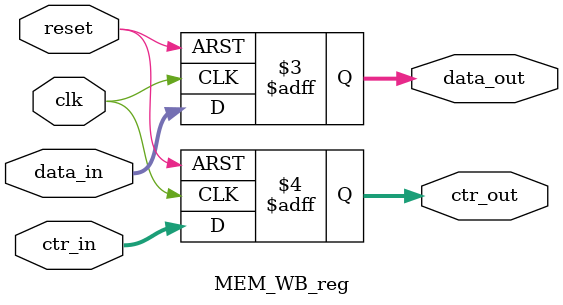
<source format=v>
module MEM_WB_reg (clk, reset, data_in, data_out, ctr_in, ctr_out);
    input clk, reset;
    input [132:0] data_in;
    input [2:0] ctr_in;
    output reg [132:0] data_out;
    output reg [2:0] ctr_out;
    always@(posedge clk or negedge reset) begin
        if (~reset) begin
            data_out <= 133'b0;
            ctr_out <= 3'b0;
        end
        else begin
            data_out <= data_in;
            ctr_out <= ctr_in;
        end
    end
endmodule

</source>
